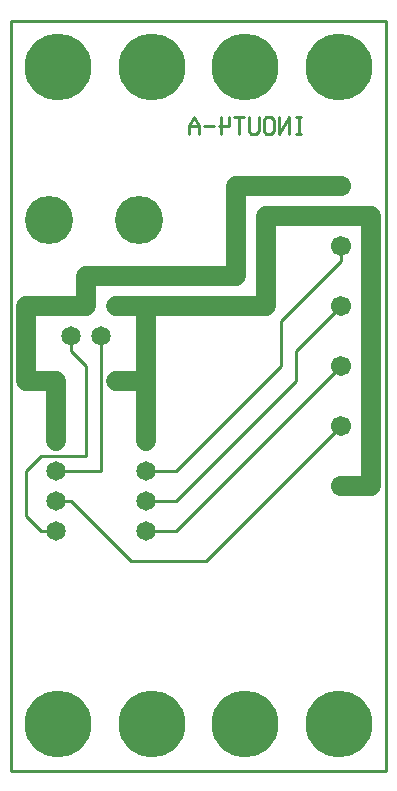
<source format=gbl>
%MOIN*%
%FSLAX25Y25*%
G04 D10 used for Character Trace; *
G04     Circle (OD=.01000) (No hole)*
G04 D11 used for Power Trace; *
G04     Circle (OD=.06700) (No hole)*
G04 D12 used for Signal Trace; *
G04     Circle (OD=.01100) (No hole)*
G04 D13 used for Via; *
G04     Circle (OD=.05800) (Round. Hole ID=.02800)*
G04 D14 used for Component hole; *
G04     Circle (OD=.06500) (Round. Hole ID=.03500)*
G04 D15 used for Component hole; *
G04     Circle (OD=.06700) (Round. Hole ID=.04300)*
G04 D16 used for Component hole; *
G04     Circle (OD=.08100) (Round. Hole ID=.05100)*
G04 D17 used for Component hole; *
G04     Circle (OD=.08900) (Round. Hole ID=.05900)*
G04 D18 used for Component hole; *
G04     Circle (OD=.11300) (Round. Hole ID=.08300)*
G04 D19 used for Component hole; *
G04     Circle (OD=.16000) (Round. Hole ID=.13000)*
G04 D20 used for Component hole; *
G04     Circle (OD=.18300) (Round. Hole ID=.15300)*
G04 D21 used for Component hole; *
G04     Circle (OD=.22291) (Round. Hole ID=.19291)*
%ADD10C,.01000*%
%ADD11C,.06700*%
%ADD12C,.01100*%
%ADD13C,.05800*%
%ADD14C,.06500*%
%ADD15C,.06700*%
%ADD16C,.08100*%
%ADD17C,.08900*%
%ADD18C,.11300*%
%ADD19C,.16000*%
%ADD20C,.18300*%
%ADD21C,.22291*%
%IPPOS*%
%LPD*%
G90*X0Y0D02*D21*X15625Y15625D03*X46875D03*D12*    
X40000Y70000D02*X65000D01*X40000D02*              
X20000Y90000D01*X15000D01*D14*D03*D12*            
X5000Y85000D02*Y100000D01*X10000Y80000D02*        
X5000Y85000D01*X10000Y80000D02*X15000D01*D14*D03* 
D12*Y100000D02*X30000D01*D14*X15000D03*D12*       
X5000D02*X10000Y105000D01*X25000D01*Y135000D01*   
X20000Y140000D01*Y145000D01*D14*D03*              
X25000Y155000D03*D11*X5000D01*Y130000D01*         
X15000D01*D14*D03*D11*Y110000D01*D14*D03*D12*     
X30000Y100000D02*Y145000D01*D14*D03*              
X35000Y155000D03*D11*X45000D01*Y130000D01*        
Y110000D01*D14*D03*D12*Y100000D02*X55000D01*D14*  
X45000D03*D12*Y90000D02*X55000D01*D14*X45000D03*  
D12*Y80000D02*X55000D01*D14*X45000D03*D12*        
X55000Y90000D02*X95000Y130000D01*Y140000D01*      
X110000Y155000D01*D15*D03*D12*X90000Y150000D02*   
X110000Y170000D01*X90000Y135000D02*Y150000D01*    
X55000Y100000D02*X90000Y135000D01*X55000Y80000D02*
X110000Y135000D01*D15*D03*Y115000D03*D12*         
X65000Y70000D01*D15*X110000Y95000D03*D11*         
X120000D01*Y185000D01*X85000D01*Y155000D01*       
X75000D01*D15*D03*D11*X45000D01*X25000D02*        
Y165000D01*X75000D01*Y175000D01*D15*D03*D11*      
Y195000D01*X110000D01*D15*D03*Y175000D03*D12*     
Y170000D01*D10*X95837Y212129D02*Y217871D01*       
X96674Y212129D02*X95000D01*X96674Y217871D02*      
X95000D01*X92511Y212129D02*Y217871D01*            
X89163Y212129D01*Y217871D01*X84163Y213086D02*     
X85000Y212129D01*X86674D01*X87511Y213086D01*      
Y216914D01*X86674Y217871D01*X85000D01*            
X84163Y216914D01*Y213086D01*X79163Y217871D02*     
Y213086D01*X80000Y212129D01*X81674D01*            
X82511Y213086D01*Y217871D01*X75837Y212129D02*     
Y217871D01*X77511D02*X74163D01*X70000D02*         
Y212129D01*X72511Y217871D02*Y215000D01*X69163D01* 
X67511D02*X64163D01*X62511Y212129D02*Y215000D01*  
X60837Y217871D01*X59163Y215000D01*Y212129D01*     
X62511Y215000D02*X59163D01*D21*X46875Y234375D03*  
X109375D03*X78125D03*D11*X35000Y130000D02*        
X45000D01*D14*X35000D03*D19*X42500Y183500D03*     
X12500D03*D21*X15625Y234375D03*X78125Y15625D03*   
X109375D03*D12*X125000Y0D02*Y250000D01*X0Y0D02*   
X125000D01*X0D02*Y250000D01*X125000D01*M02*       

</source>
